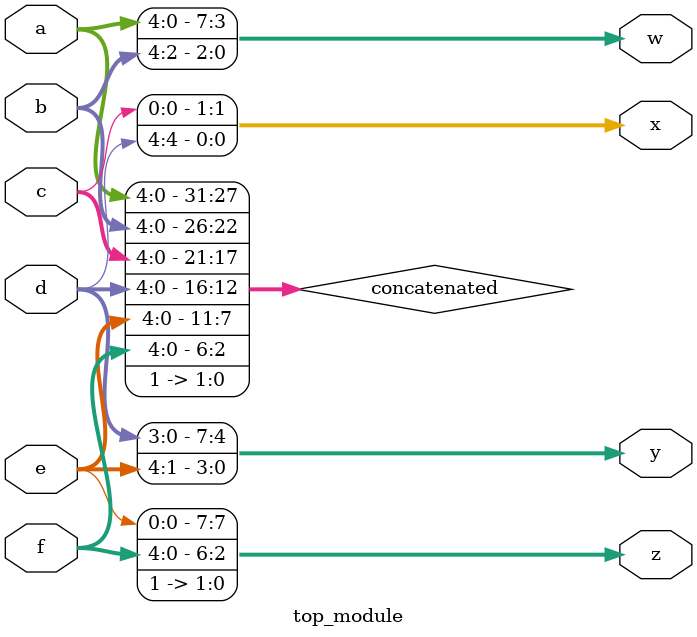
<source format=sv>
module top_module (
    input [4:0] a,
    input [4:0] b,
    input [4:0] c,
    input [4:0] d,
    input [4:0] e,
    input [4:0] f,
    output [7:0] w,
    output [7:8] x,
    output [7:0] y,
    output [7:0] z
);

    wire [31:0] concatenated;
    assign concatenated = {a, b, c, d, e, f, 2'b11};

    assign w = concatenated[31:24];
    assign x = concatenated[23:16];
    assign y = concatenated[15:8];
    assign z = concatenated[7:0];
    
endmodule

</source>
